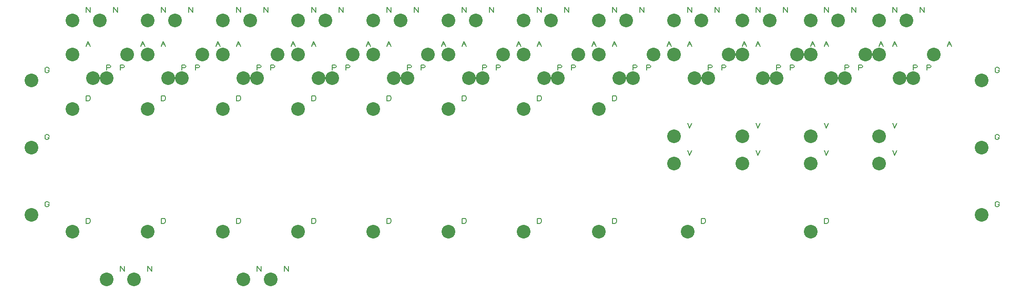
<source format=gbr>
G04 EasyPC Gerber Version 20.0.2 Build 4112 *
G04 #@! TF.Part,Single*
%FSLAX35Y35*%
%MOIN*%
%ADD11C,0.00500*%
%ADD10C,0.10000*%
X0Y0D02*
D02*
D10*
X20250Y62573D03*
Y111785D03*
Y160998D03*
X50250Y50250D03*
Y140250D03*
Y180250D03*
Y205250D03*
X65250Y162750D03*
X70250Y205250D03*
X75250Y15250D03*
Y162750D03*
X90250Y180250D03*
X95250Y15250D03*
X105250Y50250D03*
Y140250D03*
Y180250D03*
Y205250D03*
X120250Y162750D03*
X125250Y205250D03*
X130250Y162750D03*
X145250Y180250D03*
X160250Y50250D03*
Y140250D03*
Y180250D03*
Y205250D03*
X175250Y15250D03*
Y162750D03*
X180250Y205250D03*
X185250Y162750D03*
X195250Y15250D03*
X200250Y180250D03*
X215250Y50250D03*
Y140250D03*
Y180250D03*
Y205250D03*
X230250Y162750D03*
X235250Y205250D03*
X240250Y162750D03*
X255250Y180250D03*
X270250Y50250D03*
Y140250D03*
Y180250D03*
Y205250D03*
X285250Y162750D03*
X290250Y205250D03*
X295250Y162750D03*
X310250Y180250D03*
X325250Y50250D03*
Y140250D03*
Y180250D03*
Y205250D03*
X340250Y162750D03*
X345250Y205250D03*
X350250Y162750D03*
X365250Y180250D03*
X380250Y50250D03*
Y140250D03*
Y180250D03*
Y205250D03*
X395250Y162750D03*
X400250Y205250D03*
X405250Y162750D03*
X420250Y180250D03*
X435250Y50250D03*
Y140250D03*
Y180250D03*
Y205250D03*
X450250Y162750D03*
X455250Y205250D03*
X460250Y162750D03*
X475250Y180250D03*
X490250Y100250D03*
Y120250D03*
Y180250D03*
Y205250D03*
X500250Y50250D03*
X505250Y162750D03*
X510250Y205250D03*
X515250Y162750D03*
X530250Y180250D03*
X540250Y100250D03*
Y120250D03*
Y180250D03*
Y205250D03*
X555250Y162750D03*
X560250Y205250D03*
X565250Y162750D03*
X580250Y180250D03*
X590250Y50250D03*
Y100250D03*
Y120250D03*
Y180250D03*
Y205250D03*
X605250Y162750D03*
X610250Y205250D03*
X615250Y162750D03*
X630250Y180250D03*
X640250Y100250D03*
Y120250D03*
Y180250D03*
Y205250D03*
X655250Y162750D03*
X660250Y205250D03*
X665250Y162750D03*
X680250Y180250D03*
X715250Y62573D03*
Y111785D03*
Y160998D03*
D02*
D11*
X32437Y70073D02*
X33375D01*
Y69760*
X33063Y69135*
X32750Y68823*
X32125Y68510*
X31500*
X30875Y68823*
X30563Y69135*
X30250Y69760*
Y71010*
X30563Y71635*
X30875Y71948*
X31500Y72260*
X32125*
X32750Y71948*
X33063Y71635*
X33375Y71010*
X32437Y119285D02*
X33375D01*
Y118973*
X33063Y118348*
X32750Y118035*
X32125Y117723*
X31500*
X30875Y118035*
X30563Y118348*
X30250Y118973*
Y120223*
X30563Y120848*
X30875Y121161*
X31500Y121473*
X32125*
X32750Y121161*
X33063Y120848*
X33375Y120223*
X32437Y168498D02*
X33375D01*
Y168185*
X33063Y167561*
X32750Y167248*
X32125Y166935*
X31500*
X30875Y167248*
X30563Y167561*
X30250Y168185*
Y169435*
X30563Y170061*
X30875Y170373*
X31500Y170685*
X32125*
X32750Y170373*
X33063Y170061*
X33375Y169435*
X60250Y56187D02*
Y59937D01*
X62125*
X62750Y59625*
X63063Y59313*
X63375Y58687*
Y57437*
X63063Y56813*
X62750Y56500*
X62125Y56187*
X60250*
Y146187D02*
Y149937D01*
X62125*
X62750Y149625*
X63063Y149313*
X63375Y148687*
Y147437*
X63063Y146813*
X62750Y146500*
X62125Y146187*
X60250*
Y186187D02*
X61813Y189937D01*
X63375Y186187*
X60875Y187750D02*
X62750D01*
X60250Y211187D02*
Y214937D01*
X63375Y211187*
Y214937*
X75250Y168687D02*
Y172437D01*
X77437*
X78063Y172125*
X78375Y171500*
X78063Y170875*
X77437Y170563*
X75250*
X80250Y211187D02*
Y214937D01*
X83375Y211187*
Y214937*
X85250Y21187D02*
Y24937D01*
X88375Y21187*
Y24937*
X85250Y168687D02*
Y172437D01*
X87437*
X88063Y172125*
X88375Y171500*
X88063Y170875*
X87437Y170563*
X85250*
X100250Y186187D02*
X101813Y189937D01*
X103375Y186187*
X100875Y187750D02*
X102750D01*
X105250Y21187D02*
Y24937D01*
X108375Y21187*
Y24937*
X115250Y56187D02*
Y59937D01*
X117125*
X117750Y59625*
X118063Y59313*
X118375Y58687*
Y57437*
X118063Y56813*
X117750Y56500*
X117125Y56187*
X115250*
Y146187D02*
Y149937D01*
X117125*
X117750Y149625*
X118063Y149313*
X118375Y148687*
Y147437*
X118063Y146813*
X117750Y146500*
X117125Y146187*
X115250*
Y186187D02*
X116813Y189937D01*
X118375Y186187*
X115875Y187750D02*
X117750D01*
X115250Y211187D02*
Y214937D01*
X118375Y211187*
Y214937*
X130250Y168687D02*
Y172437D01*
X132437*
X133063Y172125*
X133375Y171500*
X133063Y170875*
X132437Y170563*
X130250*
X135250Y211187D02*
Y214937D01*
X138375Y211187*
Y214937*
X140250Y168687D02*
Y172437D01*
X142437*
X143063Y172125*
X143375Y171500*
X143063Y170875*
X142437Y170563*
X140250*
X155250Y186187D02*
X156813Y189937D01*
X158375Y186187*
X155875Y187750D02*
X157750D01*
X170250Y56187D02*
Y59937D01*
X172125*
X172750Y59625*
X173063Y59313*
X173375Y58687*
Y57437*
X173063Y56813*
X172750Y56500*
X172125Y56187*
X170250*
Y146187D02*
Y149937D01*
X172125*
X172750Y149625*
X173063Y149313*
X173375Y148687*
Y147437*
X173063Y146813*
X172750Y146500*
X172125Y146187*
X170250*
Y186187D02*
X171813Y189937D01*
X173375Y186187*
X170875Y187750D02*
X172750D01*
X170250Y211187D02*
Y214937D01*
X173375Y211187*
Y214937*
X185250Y21187D02*
Y24937D01*
X188375Y21187*
Y24937*
X185250Y168687D02*
Y172437D01*
X187437*
X188063Y172125*
X188375Y171500*
X188063Y170875*
X187437Y170563*
X185250*
X190250Y211187D02*
Y214937D01*
X193375Y211187*
Y214937*
X195250Y168687D02*
Y172437D01*
X197437*
X198063Y172125*
X198375Y171500*
X198063Y170875*
X197437Y170563*
X195250*
X205250Y21187D02*
Y24937D01*
X208375Y21187*
Y24937*
X210250Y186187D02*
X211813Y189937D01*
X213375Y186187*
X210875Y187750D02*
X212750D01*
X225250Y56187D02*
Y59937D01*
X227125*
X227750Y59625*
X228063Y59313*
X228375Y58687*
Y57437*
X228063Y56813*
X227750Y56500*
X227125Y56187*
X225250*
Y146187D02*
Y149937D01*
X227125*
X227750Y149625*
X228063Y149313*
X228375Y148687*
Y147437*
X228063Y146813*
X227750Y146500*
X227125Y146187*
X225250*
Y186187D02*
X226813Y189937D01*
X228375Y186187*
X225875Y187750D02*
X227750D01*
X225250Y211187D02*
Y214937D01*
X228375Y211187*
Y214937*
X240250Y168687D02*
Y172437D01*
X242437*
X243063Y172125*
X243375Y171500*
X243063Y170875*
X242437Y170563*
X240250*
X245250Y211187D02*
Y214937D01*
X248375Y211187*
Y214937*
X250250Y168687D02*
Y172437D01*
X252437*
X253063Y172125*
X253375Y171500*
X253063Y170875*
X252437Y170563*
X250250*
X265250Y186187D02*
X266813Y189937D01*
X268375Y186187*
X265875Y187750D02*
X267750D01*
X280250Y56187D02*
Y59937D01*
X282125*
X282750Y59625*
X283063Y59313*
X283375Y58687*
Y57437*
X283063Y56813*
X282750Y56500*
X282125Y56187*
X280250*
Y146187D02*
Y149937D01*
X282125*
X282750Y149625*
X283063Y149313*
X283375Y148687*
Y147437*
X283063Y146813*
X282750Y146500*
X282125Y146187*
X280250*
Y186187D02*
X281813Y189937D01*
X283375Y186187*
X280875Y187750D02*
X282750D01*
X280250Y211187D02*
Y214937D01*
X283375Y211187*
Y214937*
X295250Y168687D02*
Y172437D01*
X297437*
X298063Y172125*
X298375Y171500*
X298063Y170875*
X297437Y170563*
X295250*
X300250Y211187D02*
Y214937D01*
X303375Y211187*
Y214937*
X305250Y168687D02*
Y172437D01*
X307437*
X308063Y172125*
X308375Y171500*
X308063Y170875*
X307437Y170563*
X305250*
X320250Y186187D02*
X321813Y189937D01*
X323375Y186187*
X320875Y187750D02*
X322750D01*
X335250Y56187D02*
Y59937D01*
X337125*
X337750Y59625*
X338063Y59313*
X338375Y58687*
Y57437*
X338063Y56813*
X337750Y56500*
X337125Y56187*
X335250*
Y146187D02*
Y149937D01*
X337125*
X337750Y149625*
X338063Y149313*
X338375Y148687*
Y147437*
X338063Y146813*
X337750Y146500*
X337125Y146187*
X335250*
Y186187D02*
X336813Y189937D01*
X338375Y186187*
X335875Y187750D02*
X337750D01*
X335250Y211187D02*
Y214937D01*
X338375Y211187*
Y214937*
X350250Y168687D02*
Y172437D01*
X352437*
X353063Y172125*
X353375Y171500*
X353063Y170875*
X352437Y170563*
X350250*
X355250Y211187D02*
Y214937D01*
X358375Y211187*
Y214937*
X360250Y168687D02*
Y172437D01*
X362437*
X363063Y172125*
X363375Y171500*
X363063Y170875*
X362437Y170563*
X360250*
X375250Y186187D02*
X376813Y189937D01*
X378375Y186187*
X375875Y187750D02*
X377750D01*
X390250Y56187D02*
Y59937D01*
X392125*
X392750Y59625*
X393063Y59313*
X393375Y58687*
Y57437*
X393063Y56813*
X392750Y56500*
X392125Y56187*
X390250*
Y146187D02*
Y149937D01*
X392125*
X392750Y149625*
X393063Y149313*
X393375Y148687*
Y147437*
X393063Y146813*
X392750Y146500*
X392125Y146187*
X390250*
Y186187D02*
X391813Y189937D01*
X393375Y186187*
X390875Y187750D02*
X392750D01*
X390250Y211187D02*
Y214937D01*
X393375Y211187*
Y214937*
X405250Y168687D02*
Y172437D01*
X407437*
X408063Y172125*
X408375Y171500*
X408063Y170875*
X407437Y170563*
X405250*
X410250Y211187D02*
Y214937D01*
X413375Y211187*
Y214937*
X415250Y168687D02*
Y172437D01*
X417437*
X418063Y172125*
X418375Y171500*
X418063Y170875*
X417437Y170563*
X415250*
X430250Y186187D02*
X431813Y189937D01*
X433375Y186187*
X430875Y187750D02*
X432750D01*
X445250Y56187D02*
Y59937D01*
X447125*
X447750Y59625*
X448063Y59313*
X448375Y58687*
Y57437*
X448063Y56813*
X447750Y56500*
X447125Y56187*
X445250*
Y146187D02*
Y149937D01*
X447125*
X447750Y149625*
X448063Y149313*
X448375Y148687*
Y147437*
X448063Y146813*
X447750Y146500*
X447125Y146187*
X445250*
Y186187D02*
X446813Y189937D01*
X448375Y186187*
X445875Y187750D02*
X447750D01*
X445250Y211187D02*
Y214937D01*
X448375Y211187*
Y214937*
X460250Y168687D02*
Y172437D01*
X462437*
X463063Y172125*
X463375Y171500*
X463063Y170875*
X462437Y170563*
X460250*
X465250Y211187D02*
Y214937D01*
X468375Y211187*
Y214937*
X470250Y168687D02*
Y172437D01*
X472437*
X473063Y172125*
X473375Y171500*
X473063Y170875*
X472437Y170563*
X470250*
X485250Y186187D02*
X486813Y189937D01*
X488375Y186187*
X485875Y187750D02*
X487750D01*
X500250Y109937D02*
X501813Y106187D01*
X503375Y109937*
X500250Y129937D02*
X501813Y126187D01*
X503375Y129937*
X500250Y186187D02*
X501813Y189937D01*
X503375Y186187*
X500875Y187750D02*
X502750D01*
X500250Y211187D02*
Y214937D01*
X503375Y211187*
Y214937*
X510250Y56187D02*
Y59937D01*
X512125*
X512750Y59625*
X513063Y59313*
X513375Y58687*
Y57437*
X513063Y56813*
X512750Y56500*
X512125Y56187*
X510250*
X515250Y168687D02*
Y172437D01*
X517437*
X518063Y172125*
X518375Y171500*
X518063Y170875*
X517437Y170563*
X515250*
X520250Y211187D02*
Y214937D01*
X523375Y211187*
Y214937*
X525250Y168687D02*
Y172437D01*
X527437*
X528063Y172125*
X528375Y171500*
X528063Y170875*
X527437Y170563*
X525250*
X540250Y186187D02*
X541813Y189937D01*
X543375Y186187*
X540875Y187750D02*
X542750D01*
X550250Y109937D02*
X551813Y106187D01*
X553375Y109937*
X550250Y129937D02*
X551813Y126187D01*
X553375Y129937*
X550250Y186187D02*
X551813Y189937D01*
X553375Y186187*
X550875Y187750D02*
X552750D01*
X550250Y211187D02*
Y214937D01*
X553375Y211187*
Y214937*
X565250Y168687D02*
Y172437D01*
X567437*
X568063Y172125*
X568375Y171500*
X568063Y170875*
X567437Y170563*
X565250*
X570250Y211187D02*
Y214937D01*
X573375Y211187*
Y214937*
X575250Y168687D02*
Y172437D01*
X577437*
X578063Y172125*
X578375Y171500*
X578063Y170875*
X577437Y170563*
X575250*
X590250Y186187D02*
X591813Y189937D01*
X593375Y186187*
X590875Y187750D02*
X592750D01*
X600250Y56187D02*
Y59937D01*
X602125*
X602750Y59625*
X603063Y59313*
X603375Y58687*
Y57437*
X603063Y56813*
X602750Y56500*
X602125Y56187*
X600250*
Y109937D02*
X601813Y106187D01*
X603375Y109937*
X600250Y129937D02*
X601813Y126187D01*
X603375Y129937*
X600250Y186187D02*
X601813Y189937D01*
X603375Y186187*
X600875Y187750D02*
X602750D01*
X600250Y211187D02*
Y214937D01*
X603375Y211187*
Y214937*
X615250Y168687D02*
Y172437D01*
X617437*
X618063Y172125*
X618375Y171500*
X618063Y170875*
X617437Y170563*
X615250*
X620250Y211187D02*
Y214937D01*
X623375Y211187*
Y214937*
X625250Y168687D02*
Y172437D01*
X627437*
X628063Y172125*
X628375Y171500*
X628063Y170875*
X627437Y170563*
X625250*
X640250Y186187D02*
X641813Y189937D01*
X643375Y186187*
X640875Y187750D02*
X642750D01*
X650250Y109937D02*
X651813Y106187D01*
X653375Y109937*
X650250Y129937D02*
X651813Y126187D01*
X653375Y129937*
X650250Y186187D02*
X651813Y189937D01*
X653375Y186187*
X650875Y187750D02*
X652750D01*
X650250Y211187D02*
Y214937D01*
X653375Y211187*
Y214937*
X665250Y168687D02*
Y172437D01*
X667437*
X668063Y172125*
X668375Y171500*
X668063Y170875*
X667437Y170563*
X665250*
X670250Y211187D02*
Y214937D01*
X673375Y211187*
Y214937*
X675250Y168687D02*
Y172437D01*
X677437*
X678063Y172125*
X678375Y171500*
X678063Y170875*
X677437Y170563*
X675250*
X690250Y186187D02*
X691813Y189937D01*
X693375Y186187*
X690875Y187750D02*
X692750D01*
X727437Y70073D02*
X728375D01*
Y69760*
X728063Y69135*
X727750Y68823*
X727125Y68510*
X726500*
X725875Y68823*
X725563Y69135*
X725250Y69760*
Y71010*
X725563Y71635*
X725875Y71948*
X726500Y72260*
X727125*
X727750Y71948*
X728063Y71635*
X728375Y71010*
X727437Y119285D02*
X728375D01*
Y118973*
X728063Y118348*
X727750Y118035*
X727125Y117723*
X726500*
X725875Y118035*
X725563Y118348*
X725250Y118973*
Y120223*
X725563Y120848*
X725875Y121161*
X726500Y121473*
X727125*
X727750Y121161*
X728063Y120848*
X728375Y120223*
X727437Y168498D02*
X728375D01*
Y168185*
X728063Y167561*
X727750Y167248*
X727125Y166935*
X726500*
X725875Y167248*
X725563Y167561*
X725250Y168185*
Y169435*
X725563Y170061*
X725875Y170373*
X726500Y170685*
X727125*
X727750Y170373*
X728063Y170061*
X728375Y169435*
X0Y0D02*
M02*

</source>
